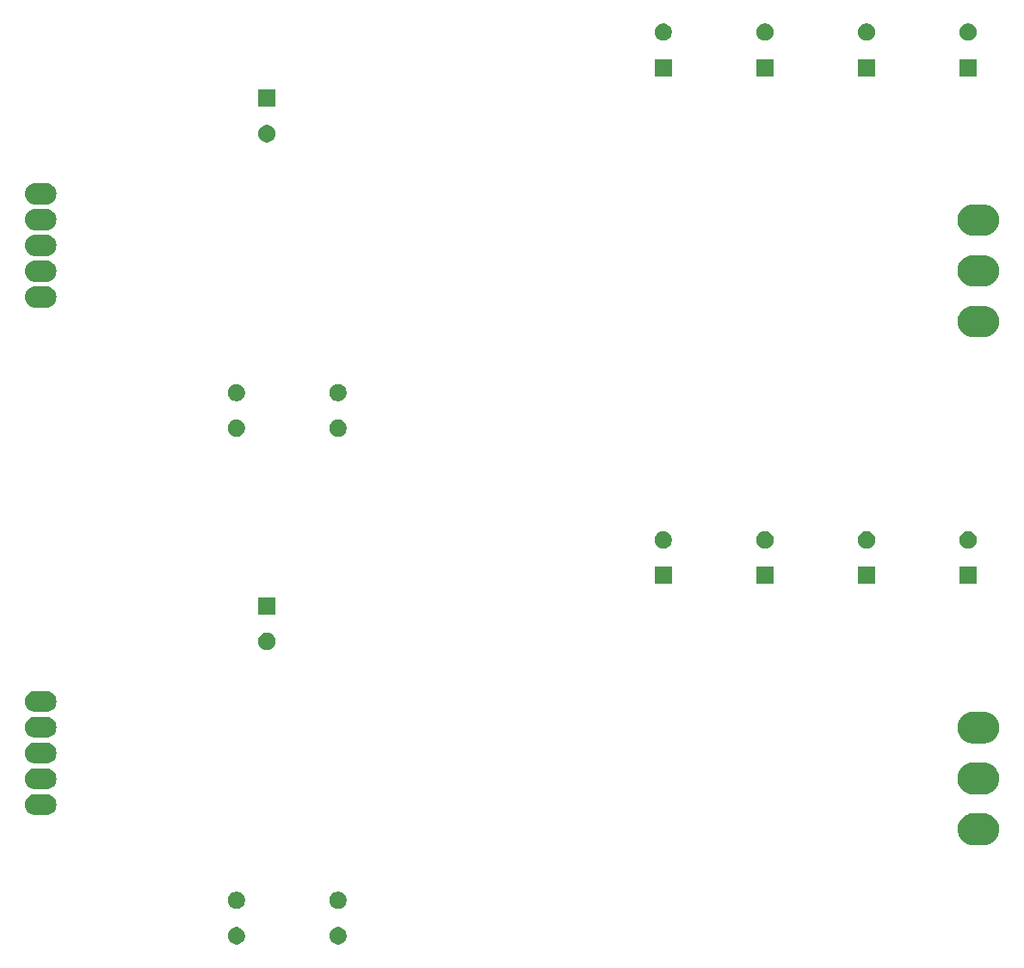
<source format=gbr>
G04 #@! TF.GenerationSoftware,KiCad,Pcbnew,5.0.2+dfsg1-1~bpo9+1*
G04 #@! TF.CreationDate,2020-01-01T01:09:12-05:00*
G04 #@! TF.ProjectId,UCCTest,55434354-6573-4742-9e6b-696361645f70,rev?*
G04 #@! TF.SameCoordinates,Original*
G04 #@! TF.FileFunction,Soldermask,Bot*
G04 #@! TF.FilePolarity,Negative*
%FSLAX46Y46*%
G04 Gerber Fmt 4.6, Leading zero omitted, Abs format (unit mm)*
G04 Created by KiCad (PCBNEW 5.0.2+dfsg1-1~bpo9+1) date Wed 01 Jan 2020 01:09:12 AM EST*
%MOMM*%
%LPD*%
G01*
G04 APERTURE LIST*
%ADD10C,0.100000*%
G04 APERTURE END LIST*
D10*
G36*
X57248228Y-175681703D02*
X57403100Y-175745853D01*
X57542481Y-175838985D01*
X57661015Y-175957519D01*
X57754147Y-176096900D01*
X57818297Y-176251772D01*
X57851000Y-176416184D01*
X57851000Y-176583816D01*
X57818297Y-176748228D01*
X57754147Y-176903100D01*
X57661015Y-177042481D01*
X57542481Y-177161015D01*
X57403100Y-177254147D01*
X57248228Y-177318297D01*
X57083816Y-177351000D01*
X56916184Y-177351000D01*
X56751772Y-177318297D01*
X56596900Y-177254147D01*
X56457519Y-177161015D01*
X56338985Y-177042481D01*
X56245853Y-176903100D01*
X56181703Y-176748228D01*
X56149000Y-176583816D01*
X56149000Y-176416184D01*
X56181703Y-176251772D01*
X56245853Y-176096900D01*
X56338985Y-175957519D01*
X56457519Y-175838985D01*
X56596900Y-175745853D01*
X56751772Y-175681703D01*
X56916184Y-175649000D01*
X57083816Y-175649000D01*
X57248228Y-175681703D01*
X57248228Y-175681703D01*
G37*
G36*
X47248228Y-175681703D02*
X47403100Y-175745853D01*
X47542481Y-175838985D01*
X47661015Y-175957519D01*
X47754147Y-176096900D01*
X47818297Y-176251772D01*
X47851000Y-176416184D01*
X47851000Y-176583816D01*
X47818297Y-176748228D01*
X47754147Y-176903100D01*
X47661015Y-177042481D01*
X47542481Y-177161015D01*
X47403100Y-177254147D01*
X47248228Y-177318297D01*
X47083816Y-177351000D01*
X46916184Y-177351000D01*
X46751772Y-177318297D01*
X46596900Y-177254147D01*
X46457519Y-177161015D01*
X46338985Y-177042481D01*
X46245853Y-176903100D01*
X46181703Y-176748228D01*
X46149000Y-176583816D01*
X46149000Y-176416184D01*
X46181703Y-176251772D01*
X46245853Y-176096900D01*
X46338985Y-175957519D01*
X46457519Y-175838985D01*
X46596900Y-175745853D01*
X46751772Y-175681703D01*
X46916184Y-175649000D01*
X47083816Y-175649000D01*
X47248228Y-175681703D01*
X47248228Y-175681703D01*
G37*
G36*
X47248228Y-172181703D02*
X47403100Y-172245853D01*
X47542481Y-172338985D01*
X47661015Y-172457519D01*
X47754147Y-172596900D01*
X47818297Y-172751772D01*
X47851000Y-172916184D01*
X47851000Y-173083816D01*
X47818297Y-173248228D01*
X47754147Y-173403100D01*
X47661015Y-173542481D01*
X47542481Y-173661015D01*
X47403100Y-173754147D01*
X47248228Y-173818297D01*
X47083816Y-173851000D01*
X46916184Y-173851000D01*
X46751772Y-173818297D01*
X46596900Y-173754147D01*
X46457519Y-173661015D01*
X46338985Y-173542481D01*
X46245853Y-173403100D01*
X46181703Y-173248228D01*
X46149000Y-173083816D01*
X46149000Y-172916184D01*
X46181703Y-172751772D01*
X46245853Y-172596900D01*
X46338985Y-172457519D01*
X46457519Y-172338985D01*
X46596900Y-172245853D01*
X46751772Y-172181703D01*
X46916184Y-172149000D01*
X47083816Y-172149000D01*
X47248228Y-172181703D01*
X47248228Y-172181703D01*
G37*
G36*
X57248228Y-172181703D02*
X57403100Y-172245853D01*
X57542481Y-172338985D01*
X57661015Y-172457519D01*
X57754147Y-172596900D01*
X57818297Y-172751772D01*
X57851000Y-172916184D01*
X57851000Y-173083816D01*
X57818297Y-173248228D01*
X57754147Y-173403100D01*
X57661015Y-173542481D01*
X57542481Y-173661015D01*
X57403100Y-173754147D01*
X57248228Y-173818297D01*
X57083816Y-173851000D01*
X56916184Y-173851000D01*
X56751772Y-173818297D01*
X56596900Y-173754147D01*
X56457519Y-173661015D01*
X56338985Y-173542481D01*
X56245853Y-173403100D01*
X56181703Y-173248228D01*
X56149000Y-173083816D01*
X56149000Y-172916184D01*
X56181703Y-172751772D01*
X56245853Y-172596900D01*
X56338985Y-172457519D01*
X56457519Y-172338985D01*
X56596900Y-172245853D01*
X56751772Y-172181703D01*
X56916184Y-172149000D01*
X57083816Y-172149000D01*
X57248228Y-172181703D01*
X57248228Y-172181703D01*
G37*
G36*
X120652143Y-164456481D02*
X120804049Y-164471442D01*
X120998959Y-164530567D01*
X121096415Y-164560130D01*
X121194690Y-164612660D01*
X121365858Y-164704151D01*
X121602029Y-164897971D01*
X121795849Y-165134142D01*
X121887340Y-165305310D01*
X121939870Y-165403585D01*
X121939870Y-165403586D01*
X122028558Y-165695951D01*
X122058504Y-166000000D01*
X122028558Y-166304049D01*
X121969433Y-166498959D01*
X121939870Y-166596415D01*
X121887340Y-166694690D01*
X121795849Y-166865858D01*
X121602029Y-167102029D01*
X121365858Y-167295849D01*
X121194690Y-167387340D01*
X121096415Y-167439870D01*
X120998959Y-167469433D01*
X120804049Y-167528558D01*
X120652143Y-167543519D01*
X120576191Y-167551000D01*
X119423809Y-167551000D01*
X119347857Y-167543519D01*
X119195951Y-167528558D01*
X119001041Y-167469433D01*
X118903585Y-167439870D01*
X118805310Y-167387340D01*
X118634142Y-167295849D01*
X118397971Y-167102029D01*
X118204151Y-166865858D01*
X118112660Y-166694690D01*
X118060130Y-166596415D01*
X118030567Y-166498959D01*
X117971442Y-166304049D01*
X117941496Y-166000000D01*
X117971442Y-165695951D01*
X118060130Y-165403586D01*
X118060130Y-165403585D01*
X118112660Y-165305310D01*
X118204151Y-165134142D01*
X118397971Y-164897971D01*
X118634142Y-164704151D01*
X118805310Y-164612660D01*
X118903585Y-164560130D01*
X119001041Y-164530567D01*
X119195951Y-164471442D01*
X119347857Y-164456481D01*
X119423809Y-164449000D01*
X120576191Y-164449000D01*
X120652143Y-164456481D01*
X120652143Y-164456481D01*
G37*
G36*
X28332510Y-162532041D02*
X28456032Y-162544207D01*
X28654146Y-162604305D01*
X28836729Y-162701897D01*
X28996765Y-162833235D01*
X29128103Y-162993271D01*
X29225695Y-163175854D01*
X29285793Y-163373968D01*
X29306085Y-163580000D01*
X29285793Y-163786032D01*
X29225695Y-163984146D01*
X29128103Y-164166729D01*
X28996765Y-164326765D01*
X28836729Y-164458103D01*
X28654146Y-164555695D01*
X28456032Y-164615793D01*
X28332510Y-164627959D01*
X28301631Y-164631000D01*
X27198369Y-164631000D01*
X27167490Y-164627959D01*
X27043968Y-164615793D01*
X26845854Y-164555695D01*
X26663271Y-164458103D01*
X26503235Y-164326765D01*
X26371897Y-164166729D01*
X26274305Y-163984146D01*
X26214207Y-163786032D01*
X26193915Y-163580000D01*
X26214207Y-163373968D01*
X26274305Y-163175854D01*
X26371897Y-162993271D01*
X26503235Y-162833235D01*
X26663271Y-162701897D01*
X26845854Y-162604305D01*
X27043968Y-162544207D01*
X27167490Y-162532041D01*
X27198369Y-162529000D01*
X28301631Y-162529000D01*
X28332510Y-162532041D01*
X28332510Y-162532041D01*
G37*
G36*
X120652143Y-159456481D02*
X120804049Y-159471442D01*
X120998959Y-159530567D01*
X121096415Y-159560130D01*
X121194690Y-159612660D01*
X121365858Y-159704151D01*
X121602029Y-159897971D01*
X121795849Y-160134142D01*
X121810684Y-160161897D01*
X121939870Y-160403585D01*
X121939870Y-160403586D01*
X122028558Y-160695951D01*
X122058504Y-161000000D01*
X122028558Y-161304049D01*
X121986060Y-161444146D01*
X121939870Y-161596415D01*
X121887340Y-161694690D01*
X121795849Y-161865858D01*
X121602029Y-162102029D01*
X121365858Y-162295849D01*
X121194690Y-162387340D01*
X121096415Y-162439870D01*
X120998959Y-162469433D01*
X120804049Y-162528558D01*
X120652143Y-162543519D01*
X120576191Y-162551000D01*
X119423809Y-162551000D01*
X119347857Y-162543519D01*
X119195951Y-162528558D01*
X119001041Y-162469433D01*
X118903585Y-162439870D01*
X118805310Y-162387340D01*
X118634142Y-162295849D01*
X118397971Y-162102029D01*
X118204151Y-161865858D01*
X118112660Y-161694690D01*
X118060130Y-161596415D01*
X118013940Y-161444146D01*
X117971442Y-161304049D01*
X117941496Y-161000000D01*
X117971442Y-160695951D01*
X118060130Y-160403586D01*
X118060130Y-160403585D01*
X118189316Y-160161897D01*
X118204151Y-160134142D01*
X118397971Y-159897971D01*
X118634142Y-159704151D01*
X118805310Y-159612660D01*
X118903585Y-159560130D01*
X119001041Y-159530567D01*
X119195951Y-159471442D01*
X119347857Y-159456481D01*
X119423809Y-159449000D01*
X120576191Y-159449000D01*
X120652143Y-159456481D01*
X120652143Y-159456481D01*
G37*
G36*
X28332510Y-159992041D02*
X28456032Y-160004207D01*
X28654146Y-160064305D01*
X28836729Y-160161897D01*
X28996765Y-160293235D01*
X29128103Y-160453271D01*
X29225695Y-160635854D01*
X29285793Y-160833968D01*
X29306085Y-161040000D01*
X29285793Y-161246032D01*
X29225695Y-161444146D01*
X29128103Y-161626729D01*
X28996765Y-161786765D01*
X28836729Y-161918103D01*
X28654146Y-162015695D01*
X28456032Y-162075793D01*
X28332510Y-162087959D01*
X28301631Y-162091000D01*
X27198369Y-162091000D01*
X27167490Y-162087959D01*
X27043968Y-162075793D01*
X26845854Y-162015695D01*
X26663271Y-161918103D01*
X26503235Y-161786765D01*
X26371897Y-161626729D01*
X26274305Y-161444146D01*
X26214207Y-161246032D01*
X26193915Y-161040000D01*
X26214207Y-160833968D01*
X26274305Y-160635854D01*
X26371897Y-160453271D01*
X26503235Y-160293235D01*
X26663271Y-160161897D01*
X26845854Y-160064305D01*
X27043968Y-160004207D01*
X27167490Y-159992041D01*
X27198369Y-159989000D01*
X28301631Y-159989000D01*
X28332510Y-159992041D01*
X28332510Y-159992041D01*
G37*
G36*
X28332510Y-157452041D02*
X28456032Y-157464207D01*
X28654146Y-157524305D01*
X28836729Y-157621897D01*
X28996765Y-157753235D01*
X29128103Y-157913271D01*
X29225695Y-158095854D01*
X29285793Y-158293968D01*
X29306085Y-158500000D01*
X29285793Y-158706032D01*
X29225695Y-158904146D01*
X29128103Y-159086729D01*
X28996765Y-159246765D01*
X28836729Y-159378103D01*
X28654146Y-159475695D01*
X28456032Y-159535793D01*
X28332510Y-159547959D01*
X28301631Y-159551000D01*
X27198369Y-159551000D01*
X27167490Y-159547959D01*
X27043968Y-159535793D01*
X26845854Y-159475695D01*
X26663271Y-159378103D01*
X26503235Y-159246765D01*
X26371897Y-159086729D01*
X26274305Y-158904146D01*
X26214207Y-158706032D01*
X26193915Y-158500000D01*
X26214207Y-158293968D01*
X26274305Y-158095854D01*
X26371897Y-157913271D01*
X26503235Y-157753235D01*
X26663271Y-157621897D01*
X26845854Y-157524305D01*
X27043968Y-157464207D01*
X27167490Y-157452041D01*
X27198369Y-157449000D01*
X28301631Y-157449000D01*
X28332510Y-157452041D01*
X28332510Y-157452041D01*
G37*
G36*
X120645161Y-154455793D02*
X120804049Y-154471442D01*
X120998959Y-154530567D01*
X121096415Y-154560130D01*
X121194690Y-154612660D01*
X121365858Y-154704151D01*
X121602029Y-154897971D01*
X121795849Y-155134142D01*
X121838125Y-155213235D01*
X121939870Y-155403585D01*
X121939870Y-155403586D01*
X122028558Y-155695951D01*
X122058504Y-156000000D01*
X122028558Y-156304049D01*
X122010327Y-156364148D01*
X121939870Y-156596415D01*
X121887340Y-156694690D01*
X121795849Y-156865858D01*
X121602029Y-157102029D01*
X121365858Y-157295849D01*
X121194690Y-157387340D01*
X121096415Y-157439870D01*
X121016186Y-157464207D01*
X120804049Y-157528558D01*
X120652143Y-157543519D01*
X120576191Y-157551000D01*
X119423809Y-157551000D01*
X119347857Y-157543519D01*
X119195951Y-157528558D01*
X118983814Y-157464207D01*
X118903585Y-157439870D01*
X118805310Y-157387340D01*
X118634142Y-157295849D01*
X118397971Y-157102029D01*
X118204151Y-156865858D01*
X118112660Y-156694690D01*
X118060130Y-156596415D01*
X117989673Y-156364148D01*
X117971442Y-156304049D01*
X117941496Y-156000000D01*
X117971442Y-155695951D01*
X118060130Y-155403586D01*
X118060130Y-155403585D01*
X118161875Y-155213235D01*
X118204151Y-155134142D01*
X118397971Y-154897971D01*
X118634142Y-154704151D01*
X118805310Y-154612660D01*
X118903585Y-154560130D01*
X119001041Y-154530567D01*
X119195951Y-154471442D01*
X119354839Y-154455793D01*
X119423809Y-154449000D01*
X120576191Y-154449000D01*
X120645161Y-154455793D01*
X120645161Y-154455793D01*
G37*
G36*
X28332510Y-154912041D02*
X28456032Y-154924207D01*
X28654146Y-154984305D01*
X28836729Y-155081897D01*
X28996765Y-155213235D01*
X29128103Y-155373271D01*
X29225695Y-155555854D01*
X29285793Y-155753968D01*
X29306085Y-155960000D01*
X29285793Y-156166032D01*
X29225695Y-156364146D01*
X29128103Y-156546729D01*
X28996765Y-156706765D01*
X28836729Y-156838103D01*
X28654146Y-156935695D01*
X28456032Y-156995793D01*
X28332510Y-157007959D01*
X28301631Y-157011000D01*
X27198369Y-157011000D01*
X27167490Y-157007959D01*
X27043968Y-156995793D01*
X26845854Y-156935695D01*
X26663271Y-156838103D01*
X26503235Y-156706765D01*
X26371897Y-156546729D01*
X26274305Y-156364146D01*
X26214207Y-156166032D01*
X26193915Y-155960000D01*
X26214207Y-155753968D01*
X26274305Y-155555854D01*
X26371897Y-155373271D01*
X26503235Y-155213235D01*
X26663271Y-155081897D01*
X26845854Y-154984305D01*
X27043968Y-154924207D01*
X27167490Y-154912041D01*
X27198369Y-154909000D01*
X28301631Y-154909000D01*
X28332510Y-154912041D01*
X28332510Y-154912041D01*
G37*
G36*
X28332510Y-152372041D02*
X28456032Y-152384207D01*
X28654146Y-152444305D01*
X28836729Y-152541897D01*
X28996765Y-152673235D01*
X29128103Y-152833271D01*
X29225695Y-153015854D01*
X29285793Y-153213968D01*
X29306085Y-153420000D01*
X29285793Y-153626032D01*
X29225695Y-153824146D01*
X29128103Y-154006729D01*
X28996765Y-154166765D01*
X28836729Y-154298103D01*
X28654146Y-154395695D01*
X28456032Y-154455793D01*
X28332510Y-154467959D01*
X28301631Y-154471000D01*
X27198369Y-154471000D01*
X27167490Y-154467959D01*
X27043968Y-154455793D01*
X26845854Y-154395695D01*
X26663271Y-154298103D01*
X26503235Y-154166765D01*
X26371897Y-154006729D01*
X26274305Y-153824146D01*
X26214207Y-153626032D01*
X26193915Y-153420000D01*
X26214207Y-153213968D01*
X26274305Y-153015854D01*
X26371897Y-152833271D01*
X26503235Y-152673235D01*
X26663271Y-152541897D01*
X26845854Y-152444305D01*
X27043968Y-152384207D01*
X27167490Y-152372041D01*
X27198369Y-152369000D01*
X28301631Y-152369000D01*
X28332510Y-152372041D01*
X28332510Y-152372041D01*
G37*
G36*
X50248228Y-146681703D02*
X50403100Y-146745853D01*
X50542481Y-146838985D01*
X50661015Y-146957519D01*
X50754147Y-147096900D01*
X50818297Y-147251772D01*
X50851000Y-147416184D01*
X50851000Y-147583816D01*
X50818297Y-147748228D01*
X50754147Y-147903100D01*
X50661015Y-148042481D01*
X50542481Y-148161015D01*
X50403100Y-148254147D01*
X50248228Y-148318297D01*
X50083816Y-148351000D01*
X49916184Y-148351000D01*
X49751772Y-148318297D01*
X49596900Y-148254147D01*
X49457519Y-148161015D01*
X49338985Y-148042481D01*
X49245853Y-147903100D01*
X49181703Y-147748228D01*
X49149000Y-147583816D01*
X49149000Y-147416184D01*
X49181703Y-147251772D01*
X49245853Y-147096900D01*
X49338985Y-146957519D01*
X49457519Y-146838985D01*
X49596900Y-146745853D01*
X49751772Y-146681703D01*
X49916184Y-146649000D01*
X50083816Y-146649000D01*
X50248228Y-146681703D01*
X50248228Y-146681703D01*
G37*
G36*
X50851000Y-144851000D02*
X49149000Y-144851000D01*
X49149000Y-143149000D01*
X50851000Y-143149000D01*
X50851000Y-144851000D01*
X50851000Y-144851000D01*
G37*
G36*
X99851000Y-141851000D02*
X98149000Y-141851000D01*
X98149000Y-140149000D01*
X99851000Y-140149000D01*
X99851000Y-141851000D01*
X99851000Y-141851000D01*
G37*
G36*
X109851000Y-141851000D02*
X108149000Y-141851000D01*
X108149000Y-140149000D01*
X109851000Y-140149000D01*
X109851000Y-141851000D01*
X109851000Y-141851000D01*
G37*
G36*
X89851000Y-141851000D02*
X88149000Y-141851000D01*
X88149000Y-140149000D01*
X89851000Y-140149000D01*
X89851000Y-141851000D01*
X89851000Y-141851000D01*
G37*
G36*
X119851000Y-141851000D02*
X118149000Y-141851000D01*
X118149000Y-140149000D01*
X119851000Y-140149000D01*
X119851000Y-141851000D01*
X119851000Y-141851000D01*
G37*
G36*
X119248228Y-136681703D02*
X119403100Y-136745853D01*
X119542481Y-136838985D01*
X119661015Y-136957519D01*
X119754147Y-137096900D01*
X119818297Y-137251772D01*
X119851000Y-137416184D01*
X119851000Y-137583816D01*
X119818297Y-137748228D01*
X119754147Y-137903100D01*
X119661015Y-138042481D01*
X119542481Y-138161015D01*
X119403100Y-138254147D01*
X119248228Y-138318297D01*
X119083816Y-138351000D01*
X118916184Y-138351000D01*
X118751772Y-138318297D01*
X118596900Y-138254147D01*
X118457519Y-138161015D01*
X118338985Y-138042481D01*
X118245853Y-137903100D01*
X118181703Y-137748228D01*
X118149000Y-137583816D01*
X118149000Y-137416184D01*
X118181703Y-137251772D01*
X118245853Y-137096900D01*
X118338985Y-136957519D01*
X118457519Y-136838985D01*
X118596900Y-136745853D01*
X118751772Y-136681703D01*
X118916184Y-136649000D01*
X119083816Y-136649000D01*
X119248228Y-136681703D01*
X119248228Y-136681703D01*
G37*
G36*
X89248228Y-136681703D02*
X89403100Y-136745853D01*
X89542481Y-136838985D01*
X89661015Y-136957519D01*
X89754147Y-137096900D01*
X89818297Y-137251772D01*
X89851000Y-137416184D01*
X89851000Y-137583816D01*
X89818297Y-137748228D01*
X89754147Y-137903100D01*
X89661015Y-138042481D01*
X89542481Y-138161015D01*
X89403100Y-138254147D01*
X89248228Y-138318297D01*
X89083816Y-138351000D01*
X88916184Y-138351000D01*
X88751772Y-138318297D01*
X88596900Y-138254147D01*
X88457519Y-138161015D01*
X88338985Y-138042481D01*
X88245853Y-137903100D01*
X88181703Y-137748228D01*
X88149000Y-137583816D01*
X88149000Y-137416184D01*
X88181703Y-137251772D01*
X88245853Y-137096900D01*
X88338985Y-136957519D01*
X88457519Y-136838985D01*
X88596900Y-136745853D01*
X88751772Y-136681703D01*
X88916184Y-136649000D01*
X89083816Y-136649000D01*
X89248228Y-136681703D01*
X89248228Y-136681703D01*
G37*
G36*
X99248228Y-136681703D02*
X99403100Y-136745853D01*
X99542481Y-136838985D01*
X99661015Y-136957519D01*
X99754147Y-137096900D01*
X99818297Y-137251772D01*
X99851000Y-137416184D01*
X99851000Y-137583816D01*
X99818297Y-137748228D01*
X99754147Y-137903100D01*
X99661015Y-138042481D01*
X99542481Y-138161015D01*
X99403100Y-138254147D01*
X99248228Y-138318297D01*
X99083816Y-138351000D01*
X98916184Y-138351000D01*
X98751772Y-138318297D01*
X98596900Y-138254147D01*
X98457519Y-138161015D01*
X98338985Y-138042481D01*
X98245853Y-137903100D01*
X98181703Y-137748228D01*
X98149000Y-137583816D01*
X98149000Y-137416184D01*
X98181703Y-137251772D01*
X98245853Y-137096900D01*
X98338985Y-136957519D01*
X98457519Y-136838985D01*
X98596900Y-136745853D01*
X98751772Y-136681703D01*
X98916184Y-136649000D01*
X99083816Y-136649000D01*
X99248228Y-136681703D01*
X99248228Y-136681703D01*
G37*
G36*
X109248228Y-136681703D02*
X109403100Y-136745853D01*
X109542481Y-136838985D01*
X109661015Y-136957519D01*
X109754147Y-137096900D01*
X109818297Y-137251772D01*
X109851000Y-137416184D01*
X109851000Y-137583816D01*
X109818297Y-137748228D01*
X109754147Y-137903100D01*
X109661015Y-138042481D01*
X109542481Y-138161015D01*
X109403100Y-138254147D01*
X109248228Y-138318297D01*
X109083816Y-138351000D01*
X108916184Y-138351000D01*
X108751772Y-138318297D01*
X108596900Y-138254147D01*
X108457519Y-138161015D01*
X108338985Y-138042481D01*
X108245853Y-137903100D01*
X108181703Y-137748228D01*
X108149000Y-137583816D01*
X108149000Y-137416184D01*
X108181703Y-137251772D01*
X108245853Y-137096900D01*
X108338985Y-136957519D01*
X108457519Y-136838985D01*
X108596900Y-136745853D01*
X108751772Y-136681703D01*
X108916184Y-136649000D01*
X109083816Y-136649000D01*
X109248228Y-136681703D01*
X109248228Y-136681703D01*
G37*
G36*
X57248228Y-125681703D02*
X57403100Y-125745853D01*
X57542481Y-125838985D01*
X57661015Y-125957519D01*
X57754147Y-126096900D01*
X57818297Y-126251772D01*
X57851000Y-126416184D01*
X57851000Y-126583816D01*
X57818297Y-126748228D01*
X57754147Y-126903100D01*
X57661015Y-127042481D01*
X57542481Y-127161015D01*
X57403100Y-127254147D01*
X57248228Y-127318297D01*
X57083816Y-127351000D01*
X56916184Y-127351000D01*
X56751772Y-127318297D01*
X56596900Y-127254147D01*
X56457519Y-127161015D01*
X56338985Y-127042481D01*
X56245853Y-126903100D01*
X56181703Y-126748228D01*
X56149000Y-126583816D01*
X56149000Y-126416184D01*
X56181703Y-126251772D01*
X56245853Y-126096900D01*
X56338985Y-125957519D01*
X56457519Y-125838985D01*
X56596900Y-125745853D01*
X56751772Y-125681703D01*
X56916184Y-125649000D01*
X57083816Y-125649000D01*
X57248228Y-125681703D01*
X57248228Y-125681703D01*
G37*
G36*
X47248228Y-125681703D02*
X47403100Y-125745853D01*
X47542481Y-125838985D01*
X47661015Y-125957519D01*
X47754147Y-126096900D01*
X47818297Y-126251772D01*
X47851000Y-126416184D01*
X47851000Y-126583816D01*
X47818297Y-126748228D01*
X47754147Y-126903100D01*
X47661015Y-127042481D01*
X47542481Y-127161015D01*
X47403100Y-127254147D01*
X47248228Y-127318297D01*
X47083816Y-127351000D01*
X46916184Y-127351000D01*
X46751772Y-127318297D01*
X46596900Y-127254147D01*
X46457519Y-127161015D01*
X46338985Y-127042481D01*
X46245853Y-126903100D01*
X46181703Y-126748228D01*
X46149000Y-126583816D01*
X46149000Y-126416184D01*
X46181703Y-126251772D01*
X46245853Y-126096900D01*
X46338985Y-125957519D01*
X46457519Y-125838985D01*
X46596900Y-125745853D01*
X46751772Y-125681703D01*
X46916184Y-125649000D01*
X47083816Y-125649000D01*
X47248228Y-125681703D01*
X47248228Y-125681703D01*
G37*
G36*
X57248228Y-122181703D02*
X57403100Y-122245853D01*
X57542481Y-122338985D01*
X57661015Y-122457519D01*
X57754147Y-122596900D01*
X57818297Y-122751772D01*
X57851000Y-122916184D01*
X57851000Y-123083816D01*
X57818297Y-123248228D01*
X57754147Y-123403100D01*
X57661015Y-123542481D01*
X57542481Y-123661015D01*
X57403100Y-123754147D01*
X57248228Y-123818297D01*
X57083816Y-123851000D01*
X56916184Y-123851000D01*
X56751772Y-123818297D01*
X56596900Y-123754147D01*
X56457519Y-123661015D01*
X56338985Y-123542481D01*
X56245853Y-123403100D01*
X56181703Y-123248228D01*
X56149000Y-123083816D01*
X56149000Y-122916184D01*
X56181703Y-122751772D01*
X56245853Y-122596900D01*
X56338985Y-122457519D01*
X56457519Y-122338985D01*
X56596900Y-122245853D01*
X56751772Y-122181703D01*
X56916184Y-122149000D01*
X57083816Y-122149000D01*
X57248228Y-122181703D01*
X57248228Y-122181703D01*
G37*
G36*
X47248228Y-122181703D02*
X47403100Y-122245853D01*
X47542481Y-122338985D01*
X47661015Y-122457519D01*
X47754147Y-122596900D01*
X47818297Y-122751772D01*
X47851000Y-122916184D01*
X47851000Y-123083816D01*
X47818297Y-123248228D01*
X47754147Y-123403100D01*
X47661015Y-123542481D01*
X47542481Y-123661015D01*
X47403100Y-123754147D01*
X47248228Y-123818297D01*
X47083816Y-123851000D01*
X46916184Y-123851000D01*
X46751772Y-123818297D01*
X46596900Y-123754147D01*
X46457519Y-123661015D01*
X46338985Y-123542481D01*
X46245853Y-123403100D01*
X46181703Y-123248228D01*
X46149000Y-123083816D01*
X46149000Y-122916184D01*
X46181703Y-122751772D01*
X46245853Y-122596900D01*
X46338985Y-122457519D01*
X46457519Y-122338985D01*
X46596900Y-122245853D01*
X46751772Y-122181703D01*
X46916184Y-122149000D01*
X47083816Y-122149000D01*
X47248228Y-122181703D01*
X47248228Y-122181703D01*
G37*
G36*
X120652143Y-114456481D02*
X120804049Y-114471442D01*
X120998959Y-114530567D01*
X121096415Y-114560130D01*
X121194690Y-114612660D01*
X121365858Y-114704151D01*
X121602029Y-114897971D01*
X121795849Y-115134142D01*
X121887340Y-115305310D01*
X121939870Y-115403585D01*
X121939870Y-115403586D01*
X122028558Y-115695951D01*
X122058504Y-116000000D01*
X122028558Y-116304049D01*
X121969433Y-116498959D01*
X121939870Y-116596415D01*
X121887340Y-116694690D01*
X121795849Y-116865858D01*
X121602029Y-117102029D01*
X121365858Y-117295849D01*
X121194690Y-117387340D01*
X121096415Y-117439870D01*
X120998959Y-117469433D01*
X120804049Y-117528558D01*
X120652143Y-117543519D01*
X120576191Y-117551000D01*
X119423809Y-117551000D01*
X119347857Y-117543519D01*
X119195951Y-117528558D01*
X119001041Y-117469433D01*
X118903585Y-117439870D01*
X118805310Y-117387340D01*
X118634142Y-117295849D01*
X118397971Y-117102029D01*
X118204151Y-116865858D01*
X118112660Y-116694690D01*
X118060130Y-116596415D01*
X118030567Y-116498959D01*
X117971442Y-116304049D01*
X117941496Y-116000000D01*
X117971442Y-115695951D01*
X118060130Y-115403586D01*
X118060130Y-115403585D01*
X118112660Y-115305310D01*
X118204151Y-115134142D01*
X118397971Y-114897971D01*
X118634142Y-114704151D01*
X118805310Y-114612660D01*
X118903585Y-114560130D01*
X119001041Y-114530567D01*
X119195951Y-114471442D01*
X119347857Y-114456481D01*
X119423809Y-114449000D01*
X120576191Y-114449000D01*
X120652143Y-114456481D01*
X120652143Y-114456481D01*
G37*
G36*
X28332510Y-112532041D02*
X28456032Y-112544207D01*
X28654146Y-112604305D01*
X28836729Y-112701897D01*
X28996765Y-112833235D01*
X29128103Y-112993271D01*
X29225695Y-113175854D01*
X29285793Y-113373968D01*
X29306085Y-113580000D01*
X29285793Y-113786032D01*
X29225695Y-113984146D01*
X29128103Y-114166729D01*
X28996765Y-114326765D01*
X28836729Y-114458103D01*
X28654146Y-114555695D01*
X28456032Y-114615793D01*
X28332510Y-114627959D01*
X28301631Y-114631000D01*
X27198369Y-114631000D01*
X27167490Y-114627959D01*
X27043968Y-114615793D01*
X26845854Y-114555695D01*
X26663271Y-114458103D01*
X26503235Y-114326765D01*
X26371897Y-114166729D01*
X26274305Y-113984146D01*
X26214207Y-113786032D01*
X26193915Y-113580000D01*
X26214207Y-113373968D01*
X26274305Y-113175854D01*
X26371897Y-112993271D01*
X26503235Y-112833235D01*
X26663271Y-112701897D01*
X26845854Y-112604305D01*
X27043968Y-112544207D01*
X27167490Y-112532041D01*
X27198369Y-112529000D01*
X28301631Y-112529000D01*
X28332510Y-112532041D01*
X28332510Y-112532041D01*
G37*
G36*
X120652143Y-109456481D02*
X120804049Y-109471442D01*
X120998959Y-109530567D01*
X121096415Y-109560130D01*
X121194690Y-109612660D01*
X121365858Y-109704151D01*
X121602029Y-109897971D01*
X121795849Y-110134142D01*
X121810684Y-110161897D01*
X121939870Y-110403585D01*
X121939870Y-110403586D01*
X122028558Y-110695951D01*
X122058504Y-111000000D01*
X122028558Y-111304049D01*
X121986060Y-111444146D01*
X121939870Y-111596415D01*
X121887340Y-111694690D01*
X121795849Y-111865858D01*
X121602029Y-112102029D01*
X121365858Y-112295849D01*
X121194690Y-112387340D01*
X121096415Y-112439870D01*
X120998959Y-112469433D01*
X120804049Y-112528558D01*
X120652143Y-112543519D01*
X120576191Y-112551000D01*
X119423809Y-112551000D01*
X119347857Y-112543519D01*
X119195951Y-112528558D01*
X119001041Y-112469433D01*
X118903585Y-112439870D01*
X118805310Y-112387340D01*
X118634142Y-112295849D01*
X118397971Y-112102029D01*
X118204151Y-111865858D01*
X118112660Y-111694690D01*
X118060130Y-111596415D01*
X118013940Y-111444146D01*
X117971442Y-111304049D01*
X117941496Y-111000000D01*
X117971442Y-110695951D01*
X118060130Y-110403586D01*
X118060130Y-110403585D01*
X118189316Y-110161897D01*
X118204151Y-110134142D01*
X118397971Y-109897971D01*
X118634142Y-109704151D01*
X118805310Y-109612660D01*
X118903585Y-109560130D01*
X119001041Y-109530567D01*
X119195951Y-109471442D01*
X119347857Y-109456481D01*
X119423809Y-109449000D01*
X120576191Y-109449000D01*
X120652143Y-109456481D01*
X120652143Y-109456481D01*
G37*
G36*
X28332510Y-109992041D02*
X28456032Y-110004207D01*
X28654146Y-110064305D01*
X28836729Y-110161897D01*
X28996765Y-110293235D01*
X29128103Y-110453271D01*
X29225695Y-110635854D01*
X29285793Y-110833968D01*
X29306085Y-111040000D01*
X29285793Y-111246032D01*
X29225695Y-111444146D01*
X29128103Y-111626729D01*
X28996765Y-111786765D01*
X28836729Y-111918103D01*
X28654146Y-112015695D01*
X28456032Y-112075793D01*
X28332510Y-112087959D01*
X28301631Y-112091000D01*
X27198369Y-112091000D01*
X27167490Y-112087959D01*
X27043968Y-112075793D01*
X26845854Y-112015695D01*
X26663271Y-111918103D01*
X26503235Y-111786765D01*
X26371897Y-111626729D01*
X26274305Y-111444146D01*
X26214207Y-111246032D01*
X26193915Y-111040000D01*
X26214207Y-110833968D01*
X26274305Y-110635854D01*
X26371897Y-110453271D01*
X26503235Y-110293235D01*
X26663271Y-110161897D01*
X26845854Y-110064305D01*
X27043968Y-110004207D01*
X27167490Y-109992041D01*
X27198369Y-109989000D01*
X28301631Y-109989000D01*
X28332510Y-109992041D01*
X28332510Y-109992041D01*
G37*
G36*
X28332510Y-107452041D02*
X28456032Y-107464207D01*
X28654146Y-107524305D01*
X28836729Y-107621897D01*
X28996765Y-107753235D01*
X29128103Y-107913271D01*
X29225695Y-108095854D01*
X29285793Y-108293968D01*
X29306085Y-108500000D01*
X29285793Y-108706032D01*
X29225695Y-108904146D01*
X29128103Y-109086729D01*
X28996765Y-109246765D01*
X28836729Y-109378103D01*
X28654146Y-109475695D01*
X28456032Y-109535793D01*
X28332510Y-109547959D01*
X28301631Y-109551000D01*
X27198369Y-109551000D01*
X27167490Y-109547959D01*
X27043968Y-109535793D01*
X26845854Y-109475695D01*
X26663271Y-109378103D01*
X26503235Y-109246765D01*
X26371897Y-109086729D01*
X26274305Y-108904146D01*
X26214207Y-108706032D01*
X26193915Y-108500000D01*
X26214207Y-108293968D01*
X26274305Y-108095854D01*
X26371897Y-107913271D01*
X26503235Y-107753235D01*
X26663271Y-107621897D01*
X26845854Y-107524305D01*
X27043968Y-107464207D01*
X27167490Y-107452041D01*
X27198369Y-107449000D01*
X28301631Y-107449000D01*
X28332510Y-107452041D01*
X28332510Y-107452041D01*
G37*
G36*
X120645161Y-104455793D02*
X120804049Y-104471442D01*
X120998959Y-104530567D01*
X121096415Y-104560130D01*
X121194690Y-104612660D01*
X121365858Y-104704151D01*
X121602029Y-104897971D01*
X121795849Y-105134142D01*
X121838125Y-105213235D01*
X121939870Y-105403585D01*
X121939870Y-105403586D01*
X122028558Y-105695951D01*
X122058504Y-106000000D01*
X122028558Y-106304049D01*
X122010327Y-106364148D01*
X121939870Y-106596415D01*
X121887340Y-106694690D01*
X121795849Y-106865858D01*
X121602029Y-107102029D01*
X121365858Y-107295849D01*
X121194690Y-107387340D01*
X121096415Y-107439870D01*
X121016186Y-107464207D01*
X120804049Y-107528558D01*
X120652143Y-107543519D01*
X120576191Y-107551000D01*
X119423809Y-107551000D01*
X119347857Y-107543519D01*
X119195951Y-107528558D01*
X118983814Y-107464207D01*
X118903585Y-107439870D01*
X118805310Y-107387340D01*
X118634142Y-107295849D01*
X118397971Y-107102029D01*
X118204151Y-106865858D01*
X118112660Y-106694690D01*
X118060130Y-106596415D01*
X117989673Y-106364148D01*
X117971442Y-106304049D01*
X117941496Y-106000000D01*
X117971442Y-105695951D01*
X118060130Y-105403586D01*
X118060130Y-105403585D01*
X118161875Y-105213235D01*
X118204151Y-105134142D01*
X118397971Y-104897971D01*
X118634142Y-104704151D01*
X118805310Y-104612660D01*
X118903585Y-104560130D01*
X119001041Y-104530567D01*
X119195951Y-104471442D01*
X119354839Y-104455793D01*
X119423809Y-104449000D01*
X120576191Y-104449000D01*
X120645161Y-104455793D01*
X120645161Y-104455793D01*
G37*
G36*
X28332510Y-104912041D02*
X28456032Y-104924207D01*
X28654146Y-104984305D01*
X28836729Y-105081897D01*
X28996765Y-105213235D01*
X29128103Y-105373271D01*
X29225695Y-105555854D01*
X29285793Y-105753968D01*
X29306085Y-105960000D01*
X29285793Y-106166032D01*
X29225695Y-106364146D01*
X29128103Y-106546729D01*
X28996765Y-106706765D01*
X28836729Y-106838103D01*
X28654146Y-106935695D01*
X28456032Y-106995793D01*
X28332510Y-107007959D01*
X28301631Y-107011000D01*
X27198369Y-107011000D01*
X27167490Y-107007959D01*
X27043968Y-106995793D01*
X26845854Y-106935695D01*
X26663271Y-106838103D01*
X26503235Y-106706765D01*
X26371897Y-106546729D01*
X26274305Y-106364146D01*
X26214207Y-106166032D01*
X26193915Y-105960000D01*
X26214207Y-105753968D01*
X26274305Y-105555854D01*
X26371897Y-105373271D01*
X26503235Y-105213235D01*
X26663271Y-105081897D01*
X26845854Y-104984305D01*
X27043968Y-104924207D01*
X27167490Y-104912041D01*
X27198369Y-104909000D01*
X28301631Y-104909000D01*
X28332510Y-104912041D01*
X28332510Y-104912041D01*
G37*
G36*
X28332510Y-102372041D02*
X28456032Y-102384207D01*
X28654146Y-102444305D01*
X28836729Y-102541897D01*
X28996765Y-102673235D01*
X29128103Y-102833271D01*
X29225695Y-103015854D01*
X29285793Y-103213968D01*
X29306085Y-103420000D01*
X29285793Y-103626032D01*
X29225695Y-103824146D01*
X29128103Y-104006729D01*
X28996765Y-104166765D01*
X28836729Y-104298103D01*
X28654146Y-104395695D01*
X28456032Y-104455793D01*
X28332510Y-104467959D01*
X28301631Y-104471000D01*
X27198369Y-104471000D01*
X27167490Y-104467959D01*
X27043968Y-104455793D01*
X26845854Y-104395695D01*
X26663271Y-104298103D01*
X26503235Y-104166765D01*
X26371897Y-104006729D01*
X26274305Y-103824146D01*
X26214207Y-103626032D01*
X26193915Y-103420000D01*
X26214207Y-103213968D01*
X26274305Y-103015854D01*
X26371897Y-102833271D01*
X26503235Y-102673235D01*
X26663271Y-102541897D01*
X26845854Y-102444305D01*
X27043968Y-102384207D01*
X27167490Y-102372041D01*
X27198369Y-102369000D01*
X28301631Y-102369000D01*
X28332510Y-102372041D01*
X28332510Y-102372041D01*
G37*
G36*
X50248228Y-96681703D02*
X50403100Y-96745853D01*
X50542481Y-96838985D01*
X50661015Y-96957519D01*
X50754147Y-97096900D01*
X50818297Y-97251772D01*
X50851000Y-97416184D01*
X50851000Y-97583816D01*
X50818297Y-97748228D01*
X50754147Y-97903100D01*
X50661015Y-98042481D01*
X50542481Y-98161015D01*
X50403100Y-98254147D01*
X50248228Y-98318297D01*
X50083816Y-98351000D01*
X49916184Y-98351000D01*
X49751772Y-98318297D01*
X49596900Y-98254147D01*
X49457519Y-98161015D01*
X49338985Y-98042481D01*
X49245853Y-97903100D01*
X49181703Y-97748228D01*
X49149000Y-97583816D01*
X49149000Y-97416184D01*
X49181703Y-97251772D01*
X49245853Y-97096900D01*
X49338985Y-96957519D01*
X49457519Y-96838985D01*
X49596900Y-96745853D01*
X49751772Y-96681703D01*
X49916184Y-96649000D01*
X50083816Y-96649000D01*
X50248228Y-96681703D01*
X50248228Y-96681703D01*
G37*
G36*
X50851000Y-94851000D02*
X49149000Y-94851000D01*
X49149000Y-93149000D01*
X50851000Y-93149000D01*
X50851000Y-94851000D01*
X50851000Y-94851000D01*
G37*
G36*
X89851000Y-91851000D02*
X88149000Y-91851000D01*
X88149000Y-90149000D01*
X89851000Y-90149000D01*
X89851000Y-91851000D01*
X89851000Y-91851000D01*
G37*
G36*
X99851000Y-91851000D02*
X98149000Y-91851000D01*
X98149000Y-90149000D01*
X99851000Y-90149000D01*
X99851000Y-91851000D01*
X99851000Y-91851000D01*
G37*
G36*
X119851000Y-91851000D02*
X118149000Y-91851000D01*
X118149000Y-90149000D01*
X119851000Y-90149000D01*
X119851000Y-91851000D01*
X119851000Y-91851000D01*
G37*
G36*
X109851000Y-91851000D02*
X108149000Y-91851000D01*
X108149000Y-90149000D01*
X109851000Y-90149000D01*
X109851000Y-91851000D01*
X109851000Y-91851000D01*
G37*
G36*
X89248228Y-86681703D02*
X89403100Y-86745853D01*
X89542481Y-86838985D01*
X89661015Y-86957519D01*
X89754147Y-87096900D01*
X89818297Y-87251772D01*
X89851000Y-87416184D01*
X89851000Y-87583816D01*
X89818297Y-87748228D01*
X89754147Y-87903100D01*
X89661015Y-88042481D01*
X89542481Y-88161015D01*
X89403100Y-88254147D01*
X89248228Y-88318297D01*
X89083816Y-88351000D01*
X88916184Y-88351000D01*
X88751772Y-88318297D01*
X88596900Y-88254147D01*
X88457519Y-88161015D01*
X88338985Y-88042481D01*
X88245853Y-87903100D01*
X88181703Y-87748228D01*
X88149000Y-87583816D01*
X88149000Y-87416184D01*
X88181703Y-87251772D01*
X88245853Y-87096900D01*
X88338985Y-86957519D01*
X88457519Y-86838985D01*
X88596900Y-86745853D01*
X88751772Y-86681703D01*
X88916184Y-86649000D01*
X89083816Y-86649000D01*
X89248228Y-86681703D01*
X89248228Y-86681703D01*
G37*
G36*
X119248228Y-86681703D02*
X119403100Y-86745853D01*
X119542481Y-86838985D01*
X119661015Y-86957519D01*
X119754147Y-87096900D01*
X119818297Y-87251772D01*
X119851000Y-87416184D01*
X119851000Y-87583816D01*
X119818297Y-87748228D01*
X119754147Y-87903100D01*
X119661015Y-88042481D01*
X119542481Y-88161015D01*
X119403100Y-88254147D01*
X119248228Y-88318297D01*
X119083816Y-88351000D01*
X118916184Y-88351000D01*
X118751772Y-88318297D01*
X118596900Y-88254147D01*
X118457519Y-88161015D01*
X118338985Y-88042481D01*
X118245853Y-87903100D01*
X118181703Y-87748228D01*
X118149000Y-87583816D01*
X118149000Y-87416184D01*
X118181703Y-87251772D01*
X118245853Y-87096900D01*
X118338985Y-86957519D01*
X118457519Y-86838985D01*
X118596900Y-86745853D01*
X118751772Y-86681703D01*
X118916184Y-86649000D01*
X119083816Y-86649000D01*
X119248228Y-86681703D01*
X119248228Y-86681703D01*
G37*
G36*
X109248228Y-86681703D02*
X109403100Y-86745853D01*
X109542481Y-86838985D01*
X109661015Y-86957519D01*
X109754147Y-87096900D01*
X109818297Y-87251772D01*
X109851000Y-87416184D01*
X109851000Y-87583816D01*
X109818297Y-87748228D01*
X109754147Y-87903100D01*
X109661015Y-88042481D01*
X109542481Y-88161015D01*
X109403100Y-88254147D01*
X109248228Y-88318297D01*
X109083816Y-88351000D01*
X108916184Y-88351000D01*
X108751772Y-88318297D01*
X108596900Y-88254147D01*
X108457519Y-88161015D01*
X108338985Y-88042481D01*
X108245853Y-87903100D01*
X108181703Y-87748228D01*
X108149000Y-87583816D01*
X108149000Y-87416184D01*
X108181703Y-87251772D01*
X108245853Y-87096900D01*
X108338985Y-86957519D01*
X108457519Y-86838985D01*
X108596900Y-86745853D01*
X108751772Y-86681703D01*
X108916184Y-86649000D01*
X109083816Y-86649000D01*
X109248228Y-86681703D01*
X109248228Y-86681703D01*
G37*
G36*
X99248228Y-86681703D02*
X99403100Y-86745853D01*
X99542481Y-86838985D01*
X99661015Y-86957519D01*
X99754147Y-87096900D01*
X99818297Y-87251772D01*
X99851000Y-87416184D01*
X99851000Y-87583816D01*
X99818297Y-87748228D01*
X99754147Y-87903100D01*
X99661015Y-88042481D01*
X99542481Y-88161015D01*
X99403100Y-88254147D01*
X99248228Y-88318297D01*
X99083816Y-88351000D01*
X98916184Y-88351000D01*
X98751772Y-88318297D01*
X98596900Y-88254147D01*
X98457519Y-88161015D01*
X98338985Y-88042481D01*
X98245853Y-87903100D01*
X98181703Y-87748228D01*
X98149000Y-87583816D01*
X98149000Y-87416184D01*
X98181703Y-87251772D01*
X98245853Y-87096900D01*
X98338985Y-86957519D01*
X98457519Y-86838985D01*
X98596900Y-86745853D01*
X98751772Y-86681703D01*
X98916184Y-86649000D01*
X99083816Y-86649000D01*
X99248228Y-86681703D01*
X99248228Y-86681703D01*
G37*
M02*

</source>
